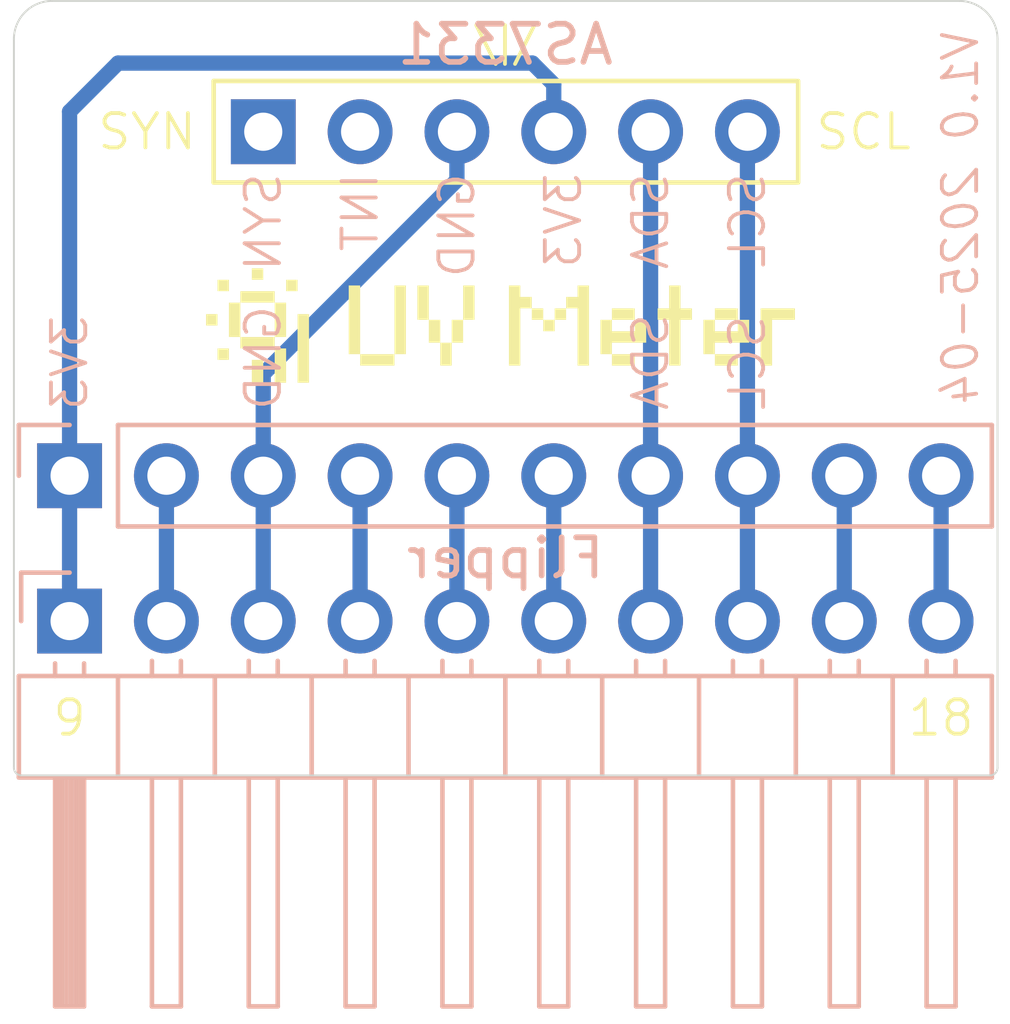
<source format=kicad_pcb>
(kicad_pcb (version 20241229) (generator "pcbnew") (generator_version "9.0")
  (layers (0 "F.Cu" signal) (2 "B.Cu" signal) (13 "F.Paste" user) (15 "B.Paste" user) (5 "F.SilkS" user "F.Silkscreen") (7 "B.SilkS" user "B.Silkscreen") (1 "F.Mask" user) (3 "B.Mask" user) (25 "Edge.Cuts" user))
  (net 0 "")
  (net 1 "Net-(Flipper1-Pin_2)")
  (net 2 "Net-(Flipper1-Pin_9)")
  (net 3 "Net-(Flipper1-Pin_10)")
  (net 4 "Net-(Flipper1-Pin_6)")
  (net 5 "Net-(Flipper1-Pin_4)")
  (net 6 "Net-(Flipper1-Pin_5)")
  (net 8 "Net-(AS1-Pin_6)")
  (net 10 "Net-(AS1-Pin_3)")
  (net 11 "Net-(AS1-Pin_5)")
  (net 12 "Net-(AS1-Pin_4)")
  (footprint "LOGO" (layer "F.Cu") (at 104.14 64.008)
    (property "Reference" "" (at 0 0 0) (layer "F.SilkS") (effects (font (size 1.5 1.5) (thickness 0.3))))
    (property "Value" "LOGO" (hide yes))
    (fp_poly (pts (xy -1.200108 -0.150014) (xy -1.200108 0) (xy -1.350121 0) (xy -1.500134 0) (xy -1.500134 -0.150014) (xy -1.500134 -0.300027) (xy -1.350121 -0.300027) (xy -1.200108 -0.300027)) (fill yes) (layer "F.SilkS"))
    (fp_poly (pts (xy -0.900081 -1.050094) (xy -0.900081 -0.900081) (xy -1.050094 -0.900081) (xy -1.200108 -0.900081) (xy -1.200108 -1.050094) (xy -1.200108 -1.200108) (xy -1.050094 -1.200108) (xy -0.900081 -1.200108)) (fill yes) (layer "F.SilkS"))
    (fp_poly (pts (xy -0.900081 0.750067) (xy -0.900081 0.90008) (xy -1.050094 0.90008) (xy -1.200108 0.90008) (xy -1.200108 0.750067) (xy -1.200108 0.600053) (xy -1.050094 0.600053) (xy -0.900081 0.600053)) (fill yes) (layer "F.SilkS"))
    (fp_poly (pts (xy 0 -1.350121) (xy 0 -1.200108) (xy -0.150014 -1.200108) (xy -0.300027 -1.200108) (xy -0.300027 -1.350121) (xy -0.300027 -1.500134) (xy -0.150014 -1.500134) (xy 0 -1.500134)) (fill yes) (layer "F.SilkS"))
    (fp_poly (pts (xy 0 1.200107) (xy 0 1.500134) (xy -0.150014 1.500134) (xy -0.300027 1.500134) (xy -0.300027 1.200107) (xy -0.300027 0.90008) (xy -0.150014 0.90008) (xy 0 0.90008)) (fill yes) (layer "F.SilkS"))
    (fp_poly (pts (xy 0.600053 1.050094) (xy 0.600053 1.500134) (xy 0.45004 1.500134) (xy 0.300027 1.500134) (xy 0.300027 1.050094) (xy 0.300027 0.600053) (xy 0.45004 0.600053) (xy 0.600053 0.600053)) (fill yes) (layer "F.SilkS"))
    (fp_poly (pts (xy 0.90008 -1.050094) (xy 0.90008 -0.900081) (xy 0.750067 -0.900081) (xy 0.600053 -0.900081) (xy 0.600053 -1.050094) (xy 0.600053 -1.200108) (xy 0.750067 -1.200108) (xy 0.90008 -1.200108)) (fill yes) (layer "F.SilkS"))
    (fp_poly (pts (xy 1.200107 0.600053) (xy 1.200107 1.500134) (xy 1.050094 1.500134) (xy 0.90008 1.500134) (xy 0.90008 0.600053) (xy 0.90008 -0.300027) (xy 1.050094 -0.300027) (xy 1.200107 -0.300027)) (fill yes) (layer "F.SilkS"))
    (fp_poly (pts (xy 0.300027 -0.750067) (xy 0.300027 -0.600054) (xy -0.150014 -0.600054) (xy -0.600054 -0.600054) (xy -0.600054 -0.150014) (xy -0.600054 0.300027) (xy -0.150014 0.300027) (xy 0.300027 0.300027) (xy 0.300027 -0.150014) (xy 0.300027 -0.600054) (xy 0.45004 -0.600054) (xy 0.600053 -0.600054) (xy 0.600053 -0.150014) (xy 0.600053 0.300027) (xy 0.45004 0.300027) (xy 0.300027 0.300027) (xy 0.300027 0.45004) (xy 0.300027 0.600053) (xy -0.150014 0.600053) (xy -0.600054 0.600053) (xy -0.600054 0.45004) (xy -0.600054 0.300027) (xy -0.750067 0.300027) (xy -0.900081 0.300027) (xy -0.900081 -0.150014) (xy -0.900081 -0.600054) (xy -0.750067 -0.600054) (xy -0.600054 -0.600054) (xy -0.600054 -0.750067) (xy -0.600054 -0.900081) (xy -0.150014 -0.900081) (xy 0.300027 -0.900081)) (fill yes) (layer "F.SilkS"))
  )
  (footprint "LOGO" (layer "F.Cu") (at 116.586 64.15806)
    (property "Reference" "" (at 0 0 0) (layer "F.SilkS") (effects (font (size 1.5 1.5) (thickness 0.3))))
    (property "Value" "LOGO" (hide yes))
    (fp_poly (pts (xy -8.10319 -0.750296) (xy -8.10319 -0.300119) (xy -8.253249 -0.300119) (xy -8.403308 -0.300119) (xy -8.403308 -0.750296) (xy -8.403308 -1.200473) (xy -8.253249 -1.200473) (xy -8.10319 -1.200473)) (fill yes) (layer "F.SilkS"))
    (fp_poly (pts (xy -2.701063 0.750295) (xy -2.701063 0.900354) (xy -3.001182 0.900354) (xy -3.3013 0.900354) (xy -3.3013 0.750295) (xy -3.3013 0.600236) (xy -3.001182 0.600236) (xy -2.701063 0.600236)) (fill yes) (layer "F.SilkS"))
    (fp_poly (pts (xy 0 0.750295) (xy 0 0.900354) (xy -0.300118 0.900354) (xy -0.600236 0.900354) (xy -0.600236 0.750295) (xy -0.600236 0.600236) (xy -0.300118 0.600236) (xy 0 0.600236)) (fill yes) (layer "F.SilkS"))
    (fp_poly (pts (xy 1.500591 -0.450178) (xy 1.500591 -0.300119) (xy 1.200473 -0.300119) (xy 0.900354 -0.300119) (xy 0.900354 0.300117) (xy 0.900354 0.900354) (xy 0.750295 0.900354) (xy 0.600236 0.900354) (xy 0.600236 0.150058) (xy 0.600236 -0.600237) (xy 1.050414 -0.600237) (xy 1.500591 -0.600237)) (fill yes) (layer "F.SilkS"))
    (fp_poly (pts (xy -5.702245 -1.050414) (xy -5.702245 -0.900355) (xy -5.552186 -0.900355) (xy -5.402127 -0.900355) (xy -5.402127 -0.750296) (xy -5.402127 -0.600237) (xy -5.552186 -0.600237) (xy -5.702245 -0.600237) (xy -5.702245 0.150058) (xy -5.702245 0.900354) (xy -5.852304 0.900354) (xy -6.002363 0.900354) (xy -6.002363 -0.15006) (xy -6.002363 -1.200473) (xy -5.852304 -1.200473) (xy -5.702245 -1.200473)) (fill yes) (layer "F.SilkS"))
    (fp_poly (pts (xy -9.903899 -0.300119) (xy -9.903899 0.600236) (xy -9.453722 0.600236) (xy -9.003545 0.600236) (xy -9.003545 -0.300119) (xy -9.003545 -1.200473) (xy -8.853486 -1.200473) (xy -8.703427 -1.200473) (xy -8.703427 -0.300119) (xy -8.703427 0.600236) (xy -8.853486 0.600236) (xy -9.003545 0.600236) (xy -9.003545 0.750295) (xy -9.003545 0.900354) (xy -9.453722 0.900354) (xy -9.903899 0.900354) (xy -9.903899 0.750295) (xy -9.903899 0.600236) (xy -10.053958 0.600236) (xy -10.204017 0.600236) (xy -10.204017 -0.300119) (xy -10.204017 -1.200473) (xy -10.053958 -1.200473) (xy -9.903899 -1.200473)) (fill yes) (layer "F.SilkS"))
    (fp_poly (pts (xy -1.500591 -0.900355) (xy -1.500591 -0.600237) (xy -1.350532 -0.600237) (xy -1.200473 -0.600237) (xy -1.200473 -0.450178) (xy -1.200473 -0.300119) (xy -1.350532 -0.300119) (xy -1.500591 -0.300119) (xy -1.500591 0.300117) (xy -1.500591 0.900354) (xy -1.65065 0.900354) (xy -1.800709 0.900354) (xy -1.800709 0.300117) (xy -1.800709 -0.300119) (xy -1.950768 -0.300119) (xy -2.100827 -0.300119) (xy -2.100827 -0.450178) (xy -2.100827 -0.600237) (xy -1.950768 -0.600237) (xy -1.800709 -0.600237) (xy -1.800709 -0.900355) (xy -1.800709 -1.200473) (xy -1.65065 -1.200473) (xy -1.500591 -1.200473)) (fill yes) (layer "F.SilkS"))
    (fp_poly (pts (xy -2.701063 -0.450178) (xy -2.701063 -0.300119) (xy -3.001182 -0.300119) (xy -3.3013 -0.300119) (xy -3.3013 -0.15006) (xy -3.3013 -0.000001) (xy -3.001182 -0.000001) (xy -2.701063 -0.000001) (xy -2.701063 -0.15006) (xy -2.701063 -0.300119) (xy -2.551004 -0.300119) (xy -2.400945 -0.300119) (xy -2.400945 -0.000001) (xy -2.400945 0.300117) (xy -2.851123 0.300117) (xy -3.3013 0.300117) (xy -3.3013 0.450177) (xy -3.3013 0.600236) (xy -3.451359 0.600236) (xy -3.601418 0.600236) (xy -3.601418 0.150058) (xy -3.601418 -0.300119) (xy -3.451359 -0.300119) (xy -3.3013 -0.300119) (xy -3.3013 -0.450178) (xy -3.3013 -0.600237) (xy -3.001182 -0.600237) (xy -2.701063 -0.600237)) (fill yes) (layer "F.SilkS"))
    (fp_poly (pts (xy 0 -0.450178) (xy 0 -0.300119) (xy -0.300118 -0.300119) (xy -0.600236 -0.300119) (xy -0.600236 -0.15006) (xy -0.600236 -0.000001) (xy -0.300118 -0.000001) (xy 0 -0.000001) (xy 0 -0.15006) (xy 0 -0.300119) (xy 0.150059 -0.300119) (xy 0.300118 -0.300119) (xy 0.300118 -0.000001) (xy 0.300118 0.300117) (xy -0.150059 0.300117) (xy -0.600236 0.300117) (xy -0.600236 0.450177) (xy -0.600236 0.600236) (xy -0.750295 0.600236) (xy -0.900354 0.600236) (xy -0.900354 0.150058) (xy -0.900354 -0.300119) (xy -0.750295 -0.300119) (xy -0.600236 -0.300119) (xy -0.600236 -0.450178) (xy -0.600236 -0.600237) (xy -0.300118 -0.600237) (xy 0 -0.600237)) (fill yes) (layer "F.SilkS"))
    (fp_poly (pts (xy -6.902718 -0.750296) (xy -6.902718 -0.300119) (xy -7.052777 -0.300119) (xy -7.202836 -0.300119) (xy -7.202836 -0.000001) (xy -7.202836 0.300117) (xy -7.352895 0.300117) (xy -7.502954 0.300117) (xy -7.502954 0.600236) (xy -7.502954 0.900354) (xy -7.653013 0.900354) (xy -7.803072 0.900354) (xy -7.803072 0.600236) (xy -7.803072 0.300117) (xy -7.953131 0.300117) (xy -8.10319 0.300117) (xy -8.10319 -0.000001) (xy -8.10319 -0.300119) (xy -7.953131 -0.300119) (xy -7.803072 -0.300119) (xy -7.803072 -0.000001) (xy -7.803072 0.300117) (xy -7.653013 0.300117) (xy -7.502954 0.300117) (xy -7.502954 -0.000001) (xy -7.502954 -0.300119) (xy -7.352895 -0.300119) (xy -7.202836 -0.300119) (xy -7.202836 -0.750296) (xy -7.202836 -1.200473) (xy -7.052777 -1.200473) (xy -6.902718 -1.200473)) (fill yes) (layer "F.SilkS"))
    (fp_poly (pts (xy -3.901536 -0.15006) (xy -3.901536 0.900354) (xy -4.051595 0.900354) (xy -4.201654 0.900354) (xy -4.201654 0.150058) (xy -4.201654 -0.600237) (xy -4.351713 -0.600237) (xy -4.501772 -0.600237) (xy -4.501772 -0.450178) (xy -4.501772 -0.300119) (xy -4.651831 -0.300119) (xy -4.801891 -0.300119) (xy -4.801891 -0.15006) (xy -4.801891 -0.000001) (xy -4.95195 -0.000001) (xy -5.102009 -0.000001) (xy -5.102009 -0.15006) (xy -5.102009 -0.300119) (xy -5.252068 -0.300119) (xy -5.402127 -0.300119) (xy -5.402127 -0.450178) (xy -5.402127 -0.600237) (xy -5.252068 -0.600237) (xy -5.102009 -0.600237) (xy -5.102009 -0.450178) (xy -5.102009 -0.300119) (xy -4.95195 -0.300119) (xy -4.801891 -0.300119) (xy -4.801891 -0.450178) (xy -4.801891 -0.600237) (xy -4.651831 -0.600237) (xy -4.501772 -0.600237) (xy -4.501772 -0.750296) (xy -4.501772 -0.900355) (xy -4.351713 -0.900355) (xy -4.201654 -0.900355) (xy -4.201654 -1.050414) (xy -4.201654 -1.200473) (xy -4.051595 -1.200473) (xy -3.901536 -1.200473)) (fill yes) (layer "F.SilkS"))
  )
  (footprint "Connector_PinSocket_2.54mm:PinSocket_1x06_P2.54mm_Vertical" (layer "F.Cu") (at 104.14 58.928 90)
    (property "Reference" "AS7331" (at 2.286 6.35 180) (layer "B.SilkS") (effects (justify mirror)))
    (property "Value" "AS7331" (hide yes))
    (fp_line (start 1.33 -1.3) (end 1.33 13.98) (stroke (width 0.12)) (layer "F.SilkS"))
    (fp_line (start -1.33 -1.3) (end 1.33 -1.3) (stroke (width 0.12)) (layer "F.SilkS"))
    (fp_line (start -1.33 -1.3) (end -1.33 13.98) (stroke (width 0.12)) (layer "F.SilkS"))
    (fp_line (start -1.33 14.03) (end 1.33 14.03) (stroke (width 0.12)) (layer "F.SilkS"))
    (pad "1" thru_hole rect (at 0 0 90) (size 1.7 1.7) (drill 1) (layers "*.Cu" "*.Mask"))
    (pad "2" thru_hole oval (at 0 2.54 90) (size 1.7 1.7) (drill 1) (layers "*.Cu" "*.Mask"))
    (pad "3" thru_hole oval (at 0 5.08 90) (size 1.7 1.7) (drill 1) (layers "*.Cu" "*.Mask") (net 10 "Net-(AS1-Pin_3)"))
    (pad "4" thru_hole oval (at 0 7.62 90) (size 1.7 1.7) (drill 1) (layers "*.Cu" "*.Mask") (net 12 "Net-(AS1-Pin_4)"))
    (pad "5" thru_hole oval (at 0 10.16 90) (size 1.7 1.7) (drill 1) (layers "*.Cu" "*.Mask") (net 11 "Net-(AS1-Pin_5)"))
    (pad "6" thru_hole oval (at 0 12.7 90) (size 1.7 1.7) (drill 1) (layers "*.Cu" "*.Mask") (net 8 "Net-(AS1-Pin_6)"))
  )
  (footprint "Connector_PinHeader_2.54mm:PinHeader_1x10_P2.54mm_Vertical" (layer "B.Cu") (at 99.06 67.945 -90)
    (property "Reference" "J1" (hide yes))
    (property "Value" "Conn_01x10" (hide yes))
    (fp_line (start -1.33 1.33) (end 0 1.33) (stroke (width 0.12)) (layer "B.SilkS"))
    (fp_line (start -1.33 0) (end -1.33 1.33) (stroke (width 0.12)) (layer "B.SilkS"))
    (fp_line (start -1.33 -1.27) (end 1.33 -1.27) (stroke (width 0.12)) (layer "B.SilkS"))
    (fp_line (start -1.33 -1.27) (end -1.33 -24.19) (stroke (width 0.12)) (layer "B.SilkS"))
    (fp_line (start 1.33 -1.27) (end 1.33 -24.19) (stroke (width 0.12)) (layer "B.SilkS"))
    (fp_line (start -1.33 -24.19) (end 1.33 -24.19) (stroke (width 0.12)) (layer "B.SilkS"))
    (pad "1" thru_hole rect (at 0 0 270) (size 1.7 1.7) (drill 1) (layers "*.Cu" "*.Mask") (net 12 "Net-(AS1-Pin_4)"))
    (pad "2" thru_hole oval (at 0 -2.54 270) (size 1.7 1.7) (drill 1) (layers "*.Cu" "*.Mask") (net 1 "Net-(Flipper1-Pin_2)"))
    (pad "3" thru_hole oval (at 0 -5.08 270) (size 1.7 1.7) (drill 1) (layers "*.Cu" "*.Mask") (net 10 "Net-(AS1-Pin_3)"))
    (pad "4" thru_hole oval (at 0 -7.62 270) (size 1.7 1.7) (drill 1) (layers "*.Cu" "*.Mask") (net 5 "Net-(Flipper1-Pin_4)"))
    (pad "5" thru_hole oval (at 0 -10.16 270) (size 1.7 1.7) (drill 1) (layers "*.Cu" "*.Mask") (net 6 "Net-(Flipper1-Pin_5)"))
    (pad "6" thru_hole oval (at 0 -12.7 270) (size 1.7 1.7) (drill 1) (layers "*.Cu" "*.Mask") (net 4 "Net-(Flipper1-Pin_6)"))
    (pad "7" thru_hole oval (at 0 -15.24 270) (size 1.7 1.7) (drill 1) (layers "*.Cu" "*.Mask") (net 11 "Net-(AS1-Pin_5)"))
    (pad "8" thru_hole oval (at 0 -17.78 270) (size 1.7 1.7) (drill 1) (layers "*.Cu" "*.Mask") (net 8 "Net-(AS1-Pin_6)"))
    (pad "9" thru_hole oval (at 0 -20.32 270) (size 1.7 1.7) (drill 1) (layers "*.Cu" "*.Mask") (net 2 "Net-(Flipper1-Pin_9)"))
    (pad "10" thru_hole oval (at 0 -22.86 270) (size 1.7 1.7) (drill 1) (layers "*.Cu" "*.Mask") (net 3 "Net-(Flipper1-Pin_10)"))
  )
  (footprint "Connector_PinHeader_2.54mm:PinHeader_1x10_P2.54mm_Horizontal" (layer "B.Cu") (at 99.06 71.755 -90)
    (property "Reference" "Flipper" (at -1.651 -11.43 0) (layer "B.SilkS") (effects (justify mirror)))
    (property "Value" "Flipper" (hide yes))
    (fp_line (start 1.44 1.33) (end 1.44 -24.19) (stroke (width 0.12)) (layer "B.SilkS"))
    (fp_line (start 4.1 1.33) (end 1.44 1.33) (stroke (width 0.12)) (layer "B.SilkS"))
    (fp_line (start -1.27 1.27) (end 0 1.27) (stroke (width 0.12)) (layer "B.SilkS"))
    (fp_line (start 1.11 0.38) (end 1.44 0.38) (stroke (width 0.12)) (layer "B.SilkS"))
    (fp_line (start 4.1 0.38) (end 10.1 0.38) (stroke (width 0.12)) (layer "B.SilkS"))
    (fp_line (start 10.1 0.38) (end 10.1 -0.38) (stroke (width 0.12)) (layer "B.SilkS"))
    (fp_line (start 4.1 0.32) (end 10.1 0.32) (stroke (width 0.12)) (layer "B.SilkS"))
    (fp_line (start 4.1 0.2) (end 10.1 0.2) (stroke (width 0.12)) (layer "B.SilkS"))
    (fp_line (start 4.1 0.08) (end 10.1 0.08) (stroke (width 0.12)) (layer "B.SilkS"))
    (fp_line (start -1.27 0) (end -1.27 1.27) (stroke (width 0.12)) (layer "B.SilkS"))
    (fp_line (start 4.1 -0.04) (end 10.1 -0.04) (stroke (width 0.12)) (layer "B.SilkS"))
    (fp_line (start 4.1 -0.16) (end 10.1 -0.16) (stroke (width 0.12)) (layer "B.SilkS"))
    (fp_line (start 4.1 -0.28) (end 10.1 -0.28) (stroke (width 0.12)) (layer "B.SilkS"))
    (fp_line (start 1.11 -0.38) (end 1.44 -0.38) (stroke (width 0.12)) (layer "B.SilkS"))
    (fp_line (start 10.1 -0.38) (end 4.1 -0.38) (stroke (width 0.12)) (layer "B.SilkS"))
    (fp_line (start 1.44 -1.27) (end 4.1 -1.27) (stroke (width 0.12)) (layer "B.SilkS"))
    (fp_line (start 1.042929 -2.16) (end 1.44 -2.16) (stroke (width 0.12)) (layer "B.SilkS"))
    (fp_line (start 4.1 -2.16) (end 10.1 -2.16) (stroke (width 0.12)) (layer "B.SilkS"))
    (fp_line (start 10.1 -2.16) (end 10.1 -2.92) (stroke (width 0.12)) (layer "B.SilkS"))
    (fp_line (start 1.042929 -2.92) (end 1.44 -2.92) (stroke (width 0.12)) (layer "B.SilkS"))
    (fp_line (start 10.1 -2.92) (end 4.1 -2.92) (stroke (width 0.12)) (layer "B.SilkS"))
    (fp_line (start 1.44 -3.81) (end 4.1 -3.81) (stroke (width 0.12)) (layer "B.SilkS"))
    (fp_line (start 1.042929 -4.7) (end 1.44 -4.7) (stroke (width 0.12)) (layer "B.SilkS"))
    (fp_line (start 4.1 -4.7) (end 10.1 -4.7) (stroke (width 0.12)) (layer "B.SilkS"))
    (fp_line (start 10.1 -4.7) (end 10.1 -5.46) (stroke (width 0.12)) (layer "B.SilkS"))
    (fp_line (start 1.042929 -5.46) (end 1.44 -5.46) (stroke (width 0.12)) (layer "B.SilkS"))
    (fp_line (start 10.1 -5.46) (end 4.1 -5.46) (stroke (width 0.12)) (layer "B.SilkS"))
    (fp_line (start 1.44 -6.35) (end 4.1 -6.35) (stroke (width 0.12)) (layer "B.SilkS"))
    (fp_line (start 1.042929 -7.24) (end 1.44 -7.24) (stroke (width 0.12)) (layer "B.SilkS"))
    (fp_line (start 4.1 -7.24) (end 10.1 -7.24) (stroke (width 0.12)) (layer "B.SilkS"))
    (fp_line (start 10.1 -7.24) (end 10.1 -8) (stroke (width 0.12)) (layer "B.SilkS"))
    (fp_line (start 1.042929 -8) (end 1.44 -8) (stroke (width 0.12)) (layer "B.SilkS"))
    (fp_line (start 10.1 -8) (end 4.1 -8) (stroke (width 0.12)) (layer "B.SilkS"))
    (fp_line (start 1.44 -8.89) (end 4.1 -8.89) (stroke (width 0.12)) (layer "B.SilkS"))
    (fp_line (start 1.042929 -9.78) (end 1.44 -9.78) (stroke (width 0.12)) (layer "B.SilkS"))
    (fp_line (start 4.1 -9.78) (end 10.1 -9.78) (stroke (width 0.12)) (layer "B.SilkS"))
    (fp_line (start 10.1 -9.78) (end 10.1 -10.54) (stroke (width 0.12)) (layer "B.SilkS"))
    (fp_line (start 1.042929 -10.54) (end 1.44 -10.54) (stroke (width 0.12)) (layer "B.SilkS"))
    (fp_line (start 10.1 -10.54) (end 4.1 -10.54) (stroke (width 0.12)) (layer "B.SilkS"))
    (fp_line (start 1.44 -11.43) (end 4.1 -11.43) (stroke (width 0.12)) (layer "B.SilkS"))
    (fp_line (start 1.042929 -12.32) (end 1.44 -12.32) (stroke (width 0.12)) (layer "B.SilkS"))
    (fp_line (start 4.1 -12.32) (end 10.1 -12.32) (stroke (width 0.12)) (layer "B.SilkS"))
    (fp_line (start 10.1 -12.32) (end 10.1 -13.08) (stroke (width 0.12)) (layer "B.SilkS"))
    (fp_line (start 1.042929 -13.08) (end 1.44 -13.08) (stroke (width 0.12)) (layer "B.SilkS"))
    (fp_line (start 10.1 -13.08) (end 4.1 -13.08) (stroke (width 0.12)) (layer "B.SilkS"))
    (fp_line (start 1.44 -13.97) (end 4.1 -13.97) (stroke (width 0.12)) (layer "B.SilkS"))
    (fp_line (start 1.042929 -14.86) (end 1.44 -14.86) (stroke (width 0.12)) (layer "B.SilkS"))
    (fp_line (start 4.1 -14.86) (end 10.1 -14.86) (stroke (width 0.12)) (layer "B.SilkS"))
    (fp_line (start 10.1 -14.86) (end 10.1 -15.62) (stroke (width 0.12)) (layer "B.SilkS"))
    (fp_line (start 1.042929 -15.62) (end 1.44 -15.62) (stroke (width 0.12)) (layer "B.SilkS"))
    (fp_line (start 10.1 -15.62) (end 4.1 -15.62) (stroke (width 0.12)) (layer "B.SilkS"))
    (fp_line (start 1.44 -16.51) (end 4.1 -16.51) (stroke (width 0.12)) (layer "B.SilkS"))
    (fp_line (start 1.042929 -17.4) (end 1.44 -17.4) (stroke (width 0.12)) (layer "B.SilkS"))
    (fp_line (start 4.1 -17.4) (end 10.1 -17.4) (stroke (width 0.12)) (layer "B.SilkS"))
    (fp_line (start 10.1 -17.4) (end 10.1 -18.16) (stroke (width 0.12)) (layer "B.SilkS"))
    (fp_line (start 1.042929 -18.16) (end 1.44 -18.16) (stroke (width 0.12)) (layer "B.SilkS"))
    (fp_line (start 10.1 -18.16) (end 4.1 -18.16) (stroke (width 0.12)) (layer "B.SilkS"))
    (fp_line (start 1.44 -19.05) (end 4.1 -19.05) (stroke (width 0.12)) (layer "B.SilkS"))
    (fp_line (start 1.042929 -19.94) (end 1.44 -19.94) (stroke (width 0.12)) (layer "B.SilkS"))
    (fp_line (start 4.1 -19.94) (end 10.1 -19.94) (stroke (width 0.12)) (layer "B.SilkS"))
    (fp_line (start 10.1 -19.94) (end 10.1 -20.7) (stroke (width 0.12)) (layer "B.SilkS"))
    (fp_line (start 1.042929 -20.7) (end 1.44 -20.7) (stroke (width 0.12)) (layer "B.SilkS"))
    (fp_line (start 10.1 -20.7) (end 4.1 -20.7) (stroke (width 0.12)) (layer "B.SilkS"))
    (fp_line (start 1.44 -21.59) (end 4.1 -21.59) (stroke (width 0.12)) (layer "B.SilkS"))
    (fp_line (start 1.042929 -22.48) (end 1.44 -22.48) (stroke (width 0.12)) (layer "B.SilkS"))
    (fp_line (start 4.1 -22.48) (end 10.1 -22.48) (stroke (width 0.12)) (layer "B.SilkS"))
    (fp_line (start 10.1 -22.48) (end 10.1 -23.24) (stroke (width 0.12)) (layer "B.SilkS"))
    (fp_line (start 1.042929 -23.24) (end 1.44 -23.24) (stroke (width 0.12)) (layer "B.SilkS"))
    (fp_line (start 10.1 -23.24) (end 4.1 -23.24) (stroke (width 0.12)) (layer "B.SilkS"))
    (fp_line (start 1.44 -24.19) (end 4.1 -24.19) (stroke (width 0.12)) (layer "B.SilkS"))
    (fp_line (start 4.1 -24.19) (end 4.1 1.33) (stroke (width 0.12)) (layer "B.SilkS"))
    (pad "1" thru_hole rect (at 0 0 270) (size 1.7 1.7) (drill 1) (layers "*.Cu" "*.Mask") (net 12 "Net-(AS1-Pin_4)"))
    (pad "2" thru_hole oval (at 0 -2.54 270) (size 1.7 1.7) (drill 1) (layers "*.Cu" "*.Mask") (net 1 "Net-(Flipper1-Pin_2)"))
    (pad "3" thru_hole oval (at 0 -5.08 270) (size 1.7 1.7) (drill 1) (layers "*.Cu" "*.Mask") (net 10 "Net-(AS1-Pin_3)"))
    (pad "4" thru_hole oval (at 0 -7.62 270) (size 1.7 1.7) (drill 1) (layers "*.Cu" "*.Mask") (net 5 "Net-(Flipper1-Pin_4)"))
    (pad "5" thru_hole oval (at 0 -10.16 270) (size 1.7 1.7) (drill 1) (layers "*.Cu" "*.Mask") (net 6 "Net-(Flipper1-Pin_5)"))
    (pad "6" thru_hole oval (at 0 -12.7 270) (size 1.7 1.7) (drill 1) (layers "*.Cu" "*.Mask") (net 4 "Net-(Flipper1-Pin_6)"))
    (pad "7" thru_hole oval (at 0 -15.24 270) (size 1.7 1.7) (drill 1) (layers "*.Cu" "*.Mask") (net 11 "Net-(AS1-Pin_5)"))
    (pad "8" thru_hole oval (at 0 -17.78 270) (size 1.7 1.7) (drill 1) (layers "*.Cu" "*.Mask") (net 8 "Net-(AS1-Pin_6)"))
    (pad "9" thru_hole oval (at 0 -20.32 270) (size 1.7 1.7) (drill 1) (layers "*.Cu" "*.Mask") (net 2 "Net-(Flipper1-Pin_9)"))
    (pad "10" thru_hole oval (at 0 -22.86 270) (size 1.7 1.7) (drill 1) (layers "*.Cu" "*.Mask") (net 3 "Net-(Flipper1-Pin_10)"))
  )
  (gr_line (start 110.744 57.15) (end 111.252 56.134) (stroke (width 0.1)) (layer "F.SilkS"))
  (gr_line (start 110.48 57.15) (end 110.48 56.134) (stroke (width 0.1)) (layer "F.SilkS"))
  (gr_line (start 110.236 57.15) (end 109.728 56.134) (stroke (width 0.1)) (layer "F.SilkS"))
  (gr_arc (start 97.6 56.5) (mid 97.892893 55.792893) (end 98.6 55.5) (stroke (width 0.05)) (layer "Edge.Cuts"))
  (gr_arc (start 122.4 55.5) (mid 123.107107 55.792893) (end 123.4 56.5) (stroke (width 0.05)) (layer "Edge.Cuts"))
  (gr_arc (start 123.4 75.6) (mid 123.341421 75.741421) (end 123.2 75.8) (stroke (width 0.05)) (layer "Edge.Cuts"))
  (gr_line (start 97.6 75.6) (end 97.6 56.5) (stroke (width 0.05)) (layer "Edge.Cuts"))
  (gr_line (start 123.4 56.5) (end 123.4 75.6) (stroke (width 0.05)) (layer "Edge.Cuts"))
  (gr_arc (start 97.8 75.8) (mid 97.658579 75.741421) (end 97.6 75.6) (stroke (width 0.05)) (layer "Edge.Cuts"))
  (gr_line (start 98.6 55.5) (end 122.4 55.5) (stroke (width 0.05)) (layer "Edge.Cuts"))
  (gr_line (start 123.2 75.8) (end 97.8 75.8) (stroke (width 0.05)) (layer "Edge.Cuts"))
  (gr_text "9" (at 99.06 74.295 0) (layer "F.SilkS") (effects (font (size 0.9 0.9) (thickness 0.1))))
  (gr_text "18" (at 121.92 74.295 0) (layer "F.SilkS") (effects (font (size 0.9 0.9) (thickness 0.1))))
  (gr_text "SYN" (at 101.092 58.928 0) (layer "F.SilkS") (effects (font (size 0.9 0.9) (thickness 0.1))))
  (gr_text "SCL" (at 119.888 58.928 0) (layer "F.SilkS") (effects (font (size 0.9 0.9) (thickness 0.1))))
  (gr_text "GND" (at 104.14 66.294 90) (layer "B.SilkS") (effects (font (size 0.9 0.9) (thickness 0.1)) (justify right mirror)))
  (gr_text "INT" (at 106.68 59.944 90) (layer "B.SilkS") (effects (font (size 0.9 0.9) (thickness 0.1)) (justify left mirror)))
  (gr_text "SCL" (at 116.84 66.294 90) (layer "B.SilkS") (effects (font (size 0.9 0.9) (thickness 0.1)) (justify right mirror)))
  (gr_text "SYN" (at 104.14 59.944 90) (layer "B.SilkS") (effects (font (size 0.9 0.9) (thickness 0.1)) (justify left mirror)))
  (gr_text "SDA" (at 114.3 66.294 90) (layer "B.SilkS") (effects (font (size 0.9 0.9) (thickness 0.1)) (justify right mirror)))
  (gr_text "SDA" (at 114.3 59.944 90) (layer "B.SilkS") (effects (font (size 0.9 0.9) (thickness 0.1)) (justify left mirror)))
  (gr_text "SCL" (at 116.84 59.944 90) (layer "B.SilkS") (effects (font (size 0.9 0.9) (thickness 0.1)) (justify left mirror)))
  (gr_text "3V3" (at 112.014 59.944 90) (layer "B.SilkS") (effects (font (size 0.9 0.9) (thickness 0.1)) (justify left mirror)))
  (gr_text "3V3" (at 99.06 66.294 90) (layer "B.SilkS") (effects (font (size 0.9 0.9) (thickness 0.1)) (justify right mirror)))
  (gr_text "GND" (at 109.22 59.944 90) (layer "B.SilkS") (effects (font (size 0.9 0.9) (thickness 0.1)) (justify left mirror)))
  (gr_text "V1.0 2025-04" (at 122.428 56.134 90) (layer "B.SilkS") (effects (font (size 0.9 0.9) (thickness 0.1) (italic yes)) (justify left mirror)))
  (segment (start 101.6 67.945) (end 101.6 71.755) (width 0.4) (layer "B.Cu") (net 1))
  (segment (start 119.38 67.945) (end 119.38 71.755) (width 0.4) (layer "B.Cu") (net 2))
  (segment (start 121.92 67.945) (end 121.92 71.755) (width 0.4) (layer "B.Cu") (net 3))
  (segment (start 111.76 67.945) (end 111.76 71.755) (width 0.4) (layer "B.Cu") (net 4))
  (segment (start 106.68 67.945) (end 106.68 71.755) (width 0.4) (layer "B.Cu") (net 5))
  (segment (start 109.22 67.945) (end 109.22 71.755) (width 0.4) (layer "B.Cu") (net 6))
  (segment (start 116.84 67.945) (end 116.84 71.755) (width 0.4) (layer "B.Cu") (net 8))
  (segment (start 116.84 58.928) (end 116.84 67.945) (width 0.4) (layer "B.Cu") (net 8))
  (segment (start 104.14 67.945) (end 104.14 71.755) (width 0.4) (layer "B.Cu") (net 10))
  (segment (start 109.22 58.928) (end 109.22 60.198) (width 0.4) (layer "B.Cu") (net 10))
  (segment (start 104.14 65.278) (end 104.14 67.31) (width 0.4) (layer "B.Cu") (net 10))
  (segment (start 109.22 60.198) (end 104.14 65.278) (width 0.4) (layer "B.Cu") (net 10))
  (segment (start 114.3 67.945) (end 114.3 71.755) (width 0.4) (layer "B.Cu") (net 11))
  (segment (start 114.3 58.928) (end 114.3 67.31) (width 0.4) (layer "B.Cu") (net 11))
  (segment (start 99.06 67.945) (end 99.06 71.755) (width 0.4) (layer "B.Cu") (net 12))
  (segment (start 111.201 57.129) (end 100.33 57.129) (width 0.4) (layer "B.Cu") (net 12))
  (segment (start 111.76 57.688) (end 111.201 57.129) (width 0.4) (layer "B.Cu") (net 12))
  (segment (start 100.33 57.129) (end 99.06 58.399) (width 0.4) (layer "B.Cu") (net 12))
  (segment (start 99.06 58.399) (end 99.06 67.31) (width 0.4) (layer "B.Cu") (net 12))
  (segment (start 111.76 58.928) (end 111.76 57.688) (width 0.4) (layer "B.Cu") (net 12))
)
</source>
